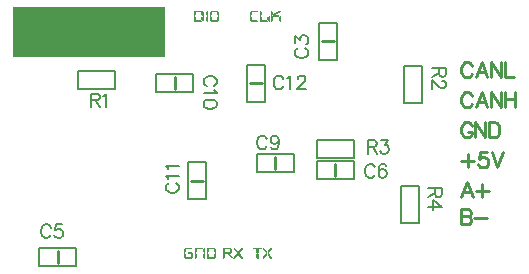
<source format=gbo>
G04 Layer_Color=32896*
%FSLAX25Y25*%
%MOIN*%
G70*
G01*
G75*
%ADD15C,0.01000*%
%ADD16C,0.00800*%
%ADD18R,0.51000X0.16500*%
G36*
X67500Y-5971D02*
X67869Y-6211D01*
X68256Y-5965D01*
Y-4870D01*
X67500Y-4637D01*
Y-5971D01*
D02*
G37*
G36*
X77648Y-4870D02*
Y-5971D01*
X78017Y-6205D01*
X78404Y-5965D01*
Y-4637D01*
X77648Y-4870D01*
D02*
G37*
G36*
X69960D02*
Y-5971D01*
X70329Y-6205D01*
X70716Y-5965D01*
Y-4637D01*
X69960Y-4870D01*
D02*
G37*
G36*
X71344Y-6500D02*
X72100Y-6045D01*
Y-4870D01*
X71344Y-4637D01*
Y-6500D01*
D02*
G37*
G36*
X67924Y-6229D02*
X68293Y-6500D01*
X69917D01*
X70286Y-6229D01*
X69911Y-5965D01*
X68293D01*
X67924Y-6229D01*
D02*
G37*
G36*
X75187Y-6426D02*
X75944Y-5965D01*
Y-4870D01*
X75187Y-4637D01*
Y-6426D01*
D02*
G37*
G36*
X68625Y-4637D02*
X69283Y-4876D01*
X69911Y-4882D01*
X70569Y-4637D01*
X69911Y-4341D01*
X69283D01*
X68625Y-4637D01*
D02*
G37*
G36*
X71344Y-4624D02*
X72100Y-4360D01*
Y-3308D01*
X71344Y-2835D01*
Y-4624D01*
D02*
G37*
G36*
X67500Y-3296D02*
Y-4624D01*
X68256Y-4354D01*
Y-3296D01*
X67869Y-3056D01*
X67500Y-3296D01*
D02*
G37*
G36*
X75981D02*
X77604D01*
X77973Y-3038D01*
X77604Y-2761D01*
X75286D01*
X75981Y-3296D01*
D02*
G37*
G36*
X77648D02*
Y-4360D01*
X78404Y-4624D01*
Y-3296D01*
X78017Y-3056D01*
X77648Y-3296D01*
D02*
G37*
G36*
X75187Y-4624D02*
X75944Y-4360D01*
Y-3308D01*
X75187Y-2835D01*
Y-4624D01*
D02*
G37*
G36*
X73804Y-3296D02*
Y-4360D01*
X74560Y-4624D01*
Y-2829D01*
X73804Y-3296D01*
D02*
G37*
G36*
X91785Y-3314D02*
Y-4440D01*
X92139Y-4651D01*
X92179Y-4624D01*
X92207Y-4644D01*
X92554Y-4440D01*
Y-3314D01*
X92179Y-3050D01*
X91785Y-3314D01*
D02*
G37*
G36*
X91047Y-3296D02*
X91798D01*
X92179Y-3044D01*
X92529Y-3296D01*
X93274D01*
X93833Y-2761D01*
X90500D01*
X91047Y-3296D01*
D02*
G37*
G36*
X85770Y-4058D02*
Y-4630D01*
X85764Y-5215D01*
X86730Y-6500D01*
X87283D01*
Y-6082D01*
X86183Y-4630D01*
X86189D01*
X87283Y-3185D01*
Y-2761D01*
X86748D01*
X85770Y-4058D01*
D02*
G37*
G36*
X95475D02*
Y-4630D01*
X95469Y-5215D01*
X96435Y-6500D01*
X96988D01*
Y-6082D01*
X95887Y-4630D01*
X95894D01*
X96988Y-3185D01*
Y-2761D01*
X96453D01*
X95475Y-4058D01*
D02*
G37*
G36*
X93901Y-2767D02*
Y-3173D01*
X95002Y-4630D01*
X95420D01*
X95002Y-4637D01*
X93901Y-6069D01*
Y-6500D01*
X94442D01*
X95426Y-5215D01*
X95420Y-4630D01*
X95426D01*
Y-4058D01*
X94448Y-2761D01*
X93901Y-2767D01*
D02*
G37*
G36*
X92167Y-4667D02*
X92139Y-4651D01*
X91785Y-4882D01*
Y-6242D01*
X92167Y-6500D01*
X92554Y-6242D01*
Y-4889D01*
X92207Y-4644D01*
X92167Y-4667D01*
D02*
G37*
G36*
X84196Y-2767D02*
Y-3173D01*
X85297Y-4630D01*
X85715D01*
X85297Y-4637D01*
X84196Y-6069D01*
Y-6500D01*
X84737D01*
X85721Y-5215D01*
X85715Y-4630D01*
X85721D01*
Y-4058D01*
X84743Y-2761D01*
X84196Y-2767D01*
D02*
G37*
G36*
X81293Y-3296D02*
X82917D01*
X83292Y-3038D01*
X82917Y-2761D01*
X80604D01*
X81293Y-3296D01*
D02*
G37*
G36*
X75274Y-6500D02*
X77604D01*
X77973Y-6229D01*
X77598Y-5965D01*
X75981D01*
X75274Y-6500D01*
D02*
G37*
G36*
X73804Y-4870D02*
Y-6045D01*
X74560Y-6500D01*
Y-4637D01*
X73804Y-4870D01*
D02*
G37*
G36*
X80641Y-4637D02*
X81230Y-4862D01*
X81256Y-4870D01*
Y-4872D01*
X81230Y-4862D01*
X80500Y-4637D01*
Y-6426D01*
X81256Y-5965D01*
Y-4872D01*
X81300Y-4889D01*
X82182Y-4882D01*
X82161Y-4852D01*
X82956Y-4858D01*
X82905Y-4876D01*
X82182Y-4882D01*
X82966Y-5983D01*
X84190Y-6500D01*
X82972Y-4858D01*
X82956Y-4858D01*
X83563Y-4637D01*
X82911Y-4341D01*
X81300D01*
X80641Y-4637D01*
D02*
G37*
G36*
X82960Y-3296D02*
Y-4360D01*
X83716Y-4624D01*
Y-3296D01*
X83329Y-3056D01*
X82960Y-3296D01*
D02*
G37*
G36*
X80500Y-4624D02*
X81256Y-4354D01*
Y-3308D01*
X80500Y-2835D01*
Y-4624D01*
D02*
G37*
G36*
X72137Y-3296D02*
X73755D01*
X74449Y-2761D01*
X71448D01*
X72137Y-3296D01*
D02*
G37*
G36*
X76166Y73029D02*
X76535Y72789D01*
X76922Y73029D01*
Y74130D01*
X76166Y74363D01*
Y73029D01*
D02*
G37*
G36*
X78626Y74130D02*
Y73029D01*
X78995Y72795D01*
X79382Y73035D01*
Y74363D01*
X78626Y74130D01*
D02*
G37*
G36*
X73460D02*
Y73029D01*
X73829Y72795D01*
X74216Y73035D01*
Y74363D01*
X73460Y74130D01*
D02*
G37*
G36*
X74844D02*
Y72955D01*
X75600Y72500D01*
Y74363D01*
X74844Y74130D01*
D02*
G37*
G36*
X71086Y72500D02*
X73417D01*
X73786Y72771D01*
X73411Y73035D01*
X71793D01*
X71086Y72500D01*
D02*
G37*
G36*
X71000Y72574D02*
X71756Y73035D01*
Y74130D01*
X71000Y74363D01*
Y72574D01*
D02*
G37*
G36*
X78626Y75704D02*
Y74640D01*
X79382Y74376D01*
Y75704D01*
X78995Y75944D01*
X78626Y75704D01*
D02*
G37*
G36*
X71000Y74376D02*
X71756Y74640D01*
Y75692D01*
X71000Y76165D01*
Y74376D01*
D02*
G37*
G36*
X76590Y75963D02*
X76959Y75704D01*
X78583D01*
X78952Y75963D01*
X78583Y76239D01*
X76959D01*
X76590Y75963D01*
D02*
G37*
G36*
X71793Y75704D02*
X73417D01*
X73786Y75963D01*
X73417Y76239D01*
X71098D01*
X71793Y75704D01*
D02*
G37*
G36*
X76166D02*
Y74376D01*
X76922Y74646D01*
Y75704D01*
X76535Y75944D01*
X76166Y75704D01*
D02*
G37*
G36*
X74844Y75778D02*
Y74640D01*
X75600Y74376D01*
Y76239D01*
X74844Y75778D01*
D02*
G37*
G36*
X73460Y75704D02*
Y74640D01*
X74216Y74376D01*
Y75704D01*
X73829Y75944D01*
X73460Y75704D01*
D02*
G37*
G36*
X89924Y72771D02*
X90293Y72500D01*
X92606D01*
X91917Y73035D01*
X90293D01*
X89924Y72771D01*
D02*
G37*
G36*
X92956Y72562D02*
X93713Y73029D01*
Y74130D01*
X92956Y74363D01*
Y72562D01*
D02*
G37*
G36*
X95416Y74130D02*
Y73029D01*
X96173Y72574D01*
Y74363D01*
X95416Y74130D01*
D02*
G37*
G36*
X67924Y-3038D02*
X68293Y-3296D01*
X69917D01*
X70575Y-2761D01*
X68293D01*
X67924Y-3038D01*
D02*
G37*
G36*
X99137Y74130D02*
Y72955D01*
X99893Y72500D01*
Y74363D01*
X99137Y74130D01*
D02*
G37*
G36*
X93061Y72500D02*
X96068D01*
X95373Y73035D01*
X93750D01*
X93061Y72500D01*
D02*
G37*
G36*
X89500Y73029D02*
X89869Y72795D01*
X90256Y73035D01*
Y74093D01*
X89500Y74363D01*
Y73029D01*
D02*
G37*
G36*
X97464Y75028D02*
Y74653D01*
X96819Y74363D01*
X97407Y74138D01*
X97434Y74130D01*
Y74128D01*
X97407Y74138D01*
X96677Y74363D01*
Y72500D01*
X97434Y72955D01*
Y74128D01*
X97477Y74111D01*
X99088Y74117D01*
X99746Y74363D01*
X99088Y74659D01*
X98012D01*
X97993Y74646D01*
X97464D01*
Y74653D01*
X97477Y74659D01*
X98012D01*
X99893Y75864D01*
Y76233D01*
X99340Y76239D01*
X97464Y75028D01*
D02*
G37*
G36*
X89924Y75963D02*
X90293Y75704D01*
X91917D01*
X92606Y76239D01*
X90293D01*
X89924Y75963D01*
D02*
G37*
G36*
X76590Y72771D02*
X76959Y72500D01*
X78583D01*
X78952Y72771D01*
X78577Y73035D01*
X76959D01*
X76590Y72771D01*
D02*
G37*
G36*
X96677Y74376D02*
X97434Y74646D01*
Y75778D01*
X96677Y76239D01*
Y74376D01*
D02*
G37*
G36*
X92956D02*
X93713Y74646D01*
Y75778D01*
X92956Y76239D01*
Y74376D01*
D02*
G37*
G36*
X89500Y75704D02*
Y74376D01*
X90256Y74610D01*
Y75704D01*
X89869Y75944D01*
X89500Y75704D01*
D02*
G37*
D15*
X93500Y52000D02*
X89500D01*
X74000Y19500D02*
X70000D01*
X64500Y50000D02*
Y54000D01*
X98000Y23500D02*
Y27500D01*
X118000Y21000D02*
Y25000D01*
X117500Y66000D02*
X113500D01*
X25500Y-8000D02*
Y-4000D01*
X160000Y9999D02*
Y5000D01*
Y9999D02*
X162142D01*
X162856Y9761D01*
X163095Y9523D01*
X163333Y9047D01*
Y8571D01*
X163095Y8095D01*
X162856Y7857D01*
X162142Y7619D01*
X160000D02*
X162142D01*
X162856Y7380D01*
X163095Y7142D01*
X163333Y6666D01*
Y5952D01*
X163095Y5476D01*
X162856Y5238D01*
X162142Y5000D01*
X160000D01*
X164451Y7142D02*
X168736D01*
X163809Y14000D02*
X161904Y18999D01*
X160000Y14000D01*
X160714Y15666D02*
X163095D01*
X167118Y18285D02*
Y14000D01*
X164975Y16142D02*
X169260D01*
X162142Y28285D02*
Y24000D01*
X160000Y26142D02*
X164285D01*
X168617Y28999D02*
X166237D01*
X165999Y26856D01*
X166237Y27095D01*
X166951Y27333D01*
X167665D01*
X168379Y27095D01*
X168855Y26618D01*
X169093Y25904D01*
Y25428D01*
X168855Y24714D01*
X168379Y24238D01*
X167665Y24000D01*
X166951D01*
X166237Y24238D01*
X165999Y24476D01*
X165761Y24952D01*
X170212Y28999D02*
X172116Y24000D01*
X174021Y28999D02*
X172116Y24000D01*
X163571Y37809D02*
X163333Y38285D01*
X162856Y38761D01*
X162380Y38999D01*
X161428D01*
X160952Y38761D01*
X160476Y38285D01*
X160238Y37809D01*
X160000Y37095D01*
Y35904D01*
X160238Y35190D01*
X160476Y34714D01*
X160952Y34238D01*
X161428Y34000D01*
X162380D01*
X162856Y34238D01*
X163333Y34714D01*
X163571Y35190D01*
Y35904D01*
X162380D02*
X163571D01*
X164713Y38999D02*
Y34000D01*
Y38999D02*
X168046Y34000D01*
Y38999D02*
Y34000D01*
X169427Y38999D02*
Y34000D01*
Y38999D02*
X171093D01*
X171807Y38761D01*
X172283Y38285D01*
X172521Y37809D01*
X172759Y37095D01*
Y35904D01*
X172521Y35190D01*
X172283Y34714D01*
X171807Y34238D01*
X171093Y34000D01*
X169427D01*
X163571Y47809D02*
X163333Y48285D01*
X162856Y48761D01*
X162380Y48999D01*
X161428D01*
X160952Y48761D01*
X160476Y48285D01*
X160238Y47809D01*
X160000Y47095D01*
Y45904D01*
X160238Y45190D01*
X160476Y44714D01*
X160952Y44238D01*
X161428Y44000D01*
X162380D01*
X162856Y44238D01*
X163333Y44714D01*
X163571Y45190D01*
X168784Y44000D02*
X166879Y48999D01*
X164975Y44000D01*
X165689Y45666D02*
X168070D01*
X169950Y48999D02*
Y44000D01*
Y48999D02*
X173283Y44000D01*
Y48999D02*
Y44000D01*
X174663Y48999D02*
Y44000D01*
X177996Y48999D02*
Y44000D01*
X174663Y46619D02*
X177996D01*
X163571Y57809D02*
X163333Y58285D01*
X162856Y58761D01*
X162380Y58999D01*
X161428D01*
X160952Y58761D01*
X160476Y58285D01*
X160238Y57809D01*
X160000Y57095D01*
Y55904D01*
X160238Y55190D01*
X160476Y54714D01*
X160952Y54238D01*
X161428Y54000D01*
X162380D01*
X162856Y54238D01*
X163333Y54714D01*
X163571Y55190D01*
X168784Y54000D02*
X166879Y58999D01*
X164975Y54000D01*
X165689Y55666D02*
X168070D01*
X169950Y58999D02*
Y54000D01*
Y58999D02*
X173283Y54000D01*
Y58999D02*
Y54000D01*
X174663Y58999D02*
Y54000D01*
X177520D01*
D16*
X146000Y5300D02*
X140000D01*
X146000D02*
Y17700D01*
X140000D01*
Y5300D02*
Y17700D01*
X147000Y45300D02*
X141000D01*
X147000D02*
Y57700D01*
X141000D01*
Y45300D02*
Y57700D01*
X124200Y27000D02*
Y33000D01*
X111800D01*
Y27000D02*
Y33000D01*
X124200Y27000D02*
X111800D01*
X88500Y45800D02*
Y58200D01*
X94500D02*
X88500D01*
X94500Y45800D02*
Y58200D01*
Y45800D02*
X88500D01*
X75000Y13300D02*
Y25700D01*
Y13300D02*
X69000D01*
Y25700D01*
X75000D02*
X69000D01*
X70700Y55000D02*
X58300D01*
X70700Y49000D02*
Y55000D01*
Y49000D02*
X58300D01*
Y55000D01*
X104200Y22500D02*
X91800D01*
Y28500D01*
X104200D02*
X91800D01*
X104200Y22500D02*
Y28500D01*
X124200Y20000D02*
X111800D01*
Y26000D01*
X124200D02*
X111800D01*
X124200Y20000D02*
Y26000D01*
X112500Y59800D02*
Y72200D01*
X118500D02*
X112500D01*
X118500Y59800D02*
Y72200D01*
Y59800D02*
X112500D01*
X31700Y-3000D02*
X19300D01*
X31700Y-9000D02*
Y-3000D01*
Y-9000D02*
X19300D01*
Y-3000D01*
X44700Y56000D02*
X32300D01*
X44700Y50000D02*
Y56000D01*
Y50000D02*
X32300D01*
Y56000D01*
X153499Y17000D02*
X149000D01*
X153499D02*
Y15072D01*
X153285Y14429D01*
X153070Y14215D01*
X152642Y14001D01*
X152214D01*
X151785Y14215D01*
X151571Y14429D01*
X151357Y15072D01*
Y17000D01*
Y15500D02*
X149000Y14001D01*
X153499Y10851D02*
X150500Y12994D01*
Y9780D01*
X153499Y10851D02*
X149000D01*
X154849Y57050D02*
X150350D01*
X154849D02*
Y55122D01*
X154635Y54479D01*
X154420Y54265D01*
X153992Y54051D01*
X153564D01*
X153135Y54265D01*
X152921Y54479D01*
X152707Y55122D01*
Y57050D01*
Y55550D02*
X150350Y54051D01*
X153778Y52829D02*
X153992D01*
X154420Y52615D01*
X154635Y52401D01*
X154849Y51973D01*
Y51116D01*
X154635Y50687D01*
X154420Y50473D01*
X153992Y50259D01*
X153564D01*
X153135Y50473D01*
X152492Y50901D01*
X150350Y53044D01*
Y50044D01*
X129000Y32999D02*
Y28500D01*
Y32999D02*
X130928D01*
X131571Y32785D01*
X131785Y32571D01*
X131999Y32142D01*
Y31714D01*
X131785Y31285D01*
X131571Y31071D01*
X130928Y30857D01*
X129000D01*
X130500D02*
X131999Y28500D01*
X133435Y32999D02*
X135791D01*
X134506Y31285D01*
X135149D01*
X135577Y31071D01*
X135791Y30857D01*
X136006Y30214D01*
Y29785D01*
X135791Y29143D01*
X135363Y28714D01*
X134720Y28500D01*
X134078D01*
X133435Y28714D01*
X133221Y28929D01*
X133006Y29357D01*
X100714Y53428D02*
X100499Y53856D01*
X100071Y54285D01*
X99642Y54499D01*
X98785D01*
X98357Y54285D01*
X97929Y53856D01*
X97714Y53428D01*
X97500Y52785D01*
Y51714D01*
X97714Y51071D01*
X97929Y50643D01*
X98357Y50214D01*
X98785Y50000D01*
X99642D01*
X100071Y50214D01*
X100499Y50643D01*
X100714Y51071D01*
X101978Y53642D02*
X102406Y53856D01*
X103049Y54499D01*
Y50000D01*
X105491Y53428D02*
Y53642D01*
X105705Y54071D01*
X105920Y54285D01*
X106348Y54499D01*
X107205D01*
X107633Y54285D01*
X107848Y54071D01*
X108062Y53642D01*
Y53214D01*
X107848Y52785D01*
X107419Y52142D01*
X105277Y50000D01*
X108276D01*
X62572Y18714D02*
X62144Y18499D01*
X61715Y18071D01*
X61501Y17642D01*
Y16785D01*
X61715Y16357D01*
X62144Y15928D01*
X62572Y15714D01*
X63215Y15500D01*
X64286D01*
X64929Y15714D01*
X65357Y15928D01*
X65786Y16357D01*
X66000Y16785D01*
Y17642D01*
X65786Y18071D01*
X65357Y18499D01*
X64929Y18714D01*
X62358Y19978D02*
X62144Y20406D01*
X61501Y21049D01*
X66000D01*
X62358Y23277D02*
X62144Y23705D01*
X61501Y24348D01*
X66000D01*
X77578Y51136D02*
X78006Y51351D01*
X78435Y51779D01*
X78649Y52208D01*
Y53065D01*
X78435Y53493D01*
X78006Y53922D01*
X77578Y54136D01*
X76935Y54350D01*
X75864D01*
X75221Y54136D01*
X74793Y53922D01*
X74364Y53493D01*
X74150Y53065D01*
Y52208D01*
X74364Y51779D01*
X74793Y51351D01*
X75221Y51136D01*
X77792Y49872D02*
X78006Y49444D01*
X78649Y48801D01*
X74150D01*
X78649Y45288D02*
X78435Y45930D01*
X77792Y46359D01*
X76721Y46573D01*
X76078D01*
X75007Y46359D01*
X74364Y45930D01*
X74150Y45288D01*
Y44859D01*
X74364Y44216D01*
X75007Y43788D01*
X76078Y43574D01*
X76721D01*
X77792Y43788D01*
X78435Y44216D01*
X78649Y44859D01*
Y45288D01*
X95214Y33428D02*
X94999Y33856D01*
X94571Y34285D01*
X94142Y34499D01*
X93285D01*
X92857Y34285D01*
X92428Y33856D01*
X92214Y33428D01*
X92000Y32785D01*
Y31714D01*
X92214Y31071D01*
X92428Y30643D01*
X92857Y30214D01*
X93285Y30000D01*
X94142D01*
X94571Y30214D01*
X94999Y30643D01*
X95214Y31071D01*
X99263Y32999D02*
X99049Y32357D01*
X98620Y31928D01*
X97977Y31714D01*
X97763D01*
X97120Y31928D01*
X96692Y32357D01*
X96478Y32999D01*
Y33214D01*
X96692Y33856D01*
X97120Y34285D01*
X97763Y34499D01*
X97977D01*
X98620Y34285D01*
X99049Y33856D01*
X99263Y32999D01*
Y31928D01*
X99049Y30857D01*
X98620Y30214D01*
X97977Y30000D01*
X97549D01*
X96906Y30214D01*
X96692Y30643D01*
X131214Y23928D02*
X130999Y24356D01*
X130571Y24785D01*
X130142Y24999D01*
X129285D01*
X128857Y24785D01*
X128428Y24356D01*
X128214Y23928D01*
X128000Y23285D01*
Y22214D01*
X128214Y21571D01*
X128428Y21143D01*
X128857Y20714D01*
X129285Y20500D01*
X130142D01*
X130571Y20714D01*
X130999Y21143D01*
X131214Y21571D01*
X135048Y24356D02*
X134834Y24785D01*
X134192Y24999D01*
X133763D01*
X133120Y24785D01*
X132692Y24142D01*
X132478Y23071D01*
Y22000D01*
X132692Y21143D01*
X133120Y20714D01*
X133763Y20500D01*
X133977D01*
X134620Y20714D01*
X135048Y21143D01*
X135263Y21785D01*
Y22000D01*
X135048Y22642D01*
X134620Y23071D01*
X133977Y23285D01*
X133763D01*
X133120Y23071D01*
X132692Y22642D01*
X132478Y22000D01*
X105622Y63664D02*
X105194Y63449D01*
X104765Y63021D01*
X104551Y62592D01*
Y61735D01*
X104765Y61307D01*
X105194Y60878D01*
X105622Y60664D01*
X106265Y60450D01*
X107336D01*
X107979Y60664D01*
X108407Y60878D01*
X108836Y61307D01*
X109050Y61735D01*
Y62592D01*
X108836Y63021D01*
X108407Y63449D01*
X107979Y63664D01*
X104551Y65356D02*
Y67713D01*
X106265Y66427D01*
Y67070D01*
X106479Y67498D01*
X106693Y67713D01*
X107336Y67927D01*
X107764D01*
X108407Y67713D01*
X108836Y67284D01*
X109050Y66641D01*
Y65999D01*
X108836Y65356D01*
X108622Y65142D01*
X108193Y64928D01*
X23164Y3878D02*
X22949Y4306D01*
X22521Y4735D01*
X22092Y4949D01*
X21235D01*
X20807Y4735D01*
X20379Y4306D01*
X20164Y3878D01*
X19950Y3235D01*
Y2164D01*
X20164Y1521D01*
X20379Y1093D01*
X20807Y664D01*
X21235Y450D01*
X22092D01*
X22521Y664D01*
X22949Y1093D01*
X23164Y1521D01*
X26998Y4949D02*
X24856D01*
X24642Y3021D01*
X24856Y3235D01*
X25499Y3449D01*
X26142D01*
X26784Y3235D01*
X27213Y2807D01*
X27427Y2164D01*
Y1735D01*
X27213Y1093D01*
X26784Y664D01*
X26142Y450D01*
X25499D01*
X24856Y664D01*
X24642Y879D01*
X24428Y1307D01*
X36500Y48499D02*
Y44000D01*
Y48499D02*
X38428D01*
X39071Y48285D01*
X39285Y48071D01*
X39499Y47642D01*
Y47214D01*
X39285Y46785D01*
X39071Y46571D01*
X38428Y46357D01*
X36500D01*
X38000D02*
X39499Y44000D01*
X40506Y47642D02*
X40935Y47856D01*
X41578Y48499D01*
Y44000D01*
D18*
X36000Y69250D02*
D03*
M02*

</source>
